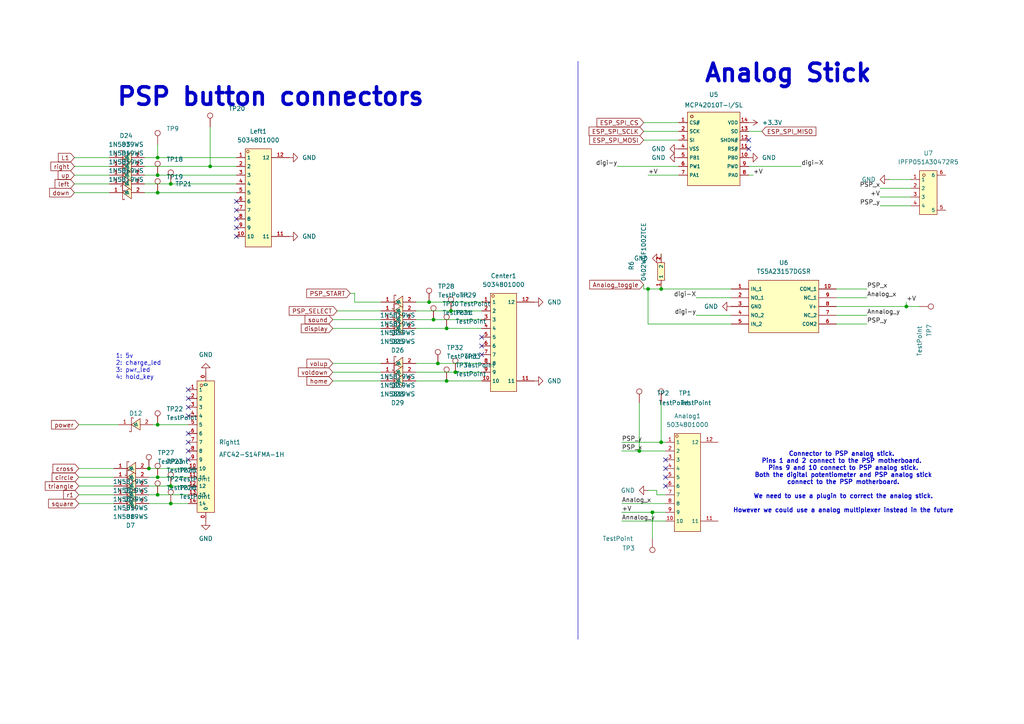
<source format=kicad_sch>
(kicad_sch (version 20231120) (generator "eeschema") (generator_version "8.0")
  (paper "A4")
  (title_block (title "PSP-Bluetooth") (date "2024-07-25") (rev "0.1") (comment 2 "https://github.com/ste2425/PSP-Bluetooth") (comment 4 "UNDER REVIEW - SUBJECT TO CHANGE"))
  (lib_symbols
    (symbol "5034801000_1"
      (property "Reference" "P" (at 0 1.27 0))
      (property "Value" "5034801000" (at 0 -2.54 0))
      (symbol "5034801000_1_0_1"
        (rectangle (start -1.27 13.97) (end 6.35 -14.478) (fill (type background)))
        (circle (center -0.508 13.208) (radius 0.381) (fill (type background)))
        (pin unspecified line (at -3.81 11.43 0) (length 2.54) (name "1") (number "1"))
        (pin unspecified line (at -3.81 -11.43 0) (length 2.54) (name "10") (number "10"))
        (pin unspecified line (at 11.43 -11.43 180) (length 5.08) (name "11") (number "11"))
        (pin unspecified line (at 11.43 11.43 180) (length 5.08) (name "12") (number "12"))
        (pin unspecified line (at -3.81 8.89 0) (length 2.54) (name "2") (number "2"))
        (pin unspecified line (at -3.81 6.35 0) (length 2.54) (name "3") (number "3"))
        (pin unspecified line (at -3.81 3.81 0) (length 2.54) (name "4") (number "4"))
        (pin unspecified line (at -3.81 1.27 0) (length 2.54) (name "5") (number "5"))
        (pin unspecified line (at -3.81 -1.27 0) (length 2.54) (name "6") (number "6"))
        (pin unspecified line (at -3.81 -3.81 0) (length 2.54) (name "7") (number "7"))
        (pin unspecified line (at -3.81 -6.35 0) (length 2.54) (name "8") (number "8"))
        (pin unspecified line (at -3.81 -8.89 0) (length 2.54) (name "9") (number "9"))
      )
    )
    (symbol "Connector:TestPoint" (pin_numbers hide) (pin_names (offset 0.762) hide)
      (property "Reference" "TP" (at 0 6.858 0))
      (property "Value" "TestPoint" (at 0 5.08 0))
      (symbol "TestPoint_0_1"
        (circle (center 0 3.302) (radius 0.762))
      )
      (symbol "TestPoint_1_1"
        (pin passive line (at 0 0 90) (length 2.54) (name "1") (number "1"))
      )
    )
    (symbol "JLCPCB_schematic:0402WGF1002TCE"
      (property "Reference" "R" (at 0 1.27 0))
      (property "Value" "0402WGF1002TCE" (at 0 -2.54 0))
      (symbol "0402WGF1002TCE_0_1"
        (rectangle (start -2.54 1.016) (end 2.54 -1.016) (fill (type background)))
        (pin input line (at -5.08 0 0) (length 2.54) (name "1") (number "1"))
        (pin input line (at 5.08 0 180) (length 2.54) (name "2") (number "2"))
      )
    )
    (symbol "JLCPCB_schematic:1N5819WS"
      (property "Reference" "D" (at 0 1.27 0))
      (property "Value" "1N5819WS" (at 0 -2.54 0))
      (symbol "1N5819WS_0_1"
        (polyline (pts (xy -1.27 0) (xy -1.27 -2.032) (xy -0.762 -2.032) (xy -0.762 -1.778)))
        (polyline (pts (xy -1.27 0) (xy -1.27 2.032) (xy -1.778 2.032) (xy -1.778 1.778)))
        (polyline (pts (xy 1.27 1.524) (xy -1.27 0) (xy 1.27 -1.778) (xy 1.27 1.524)) (fill (type background)))
        (pin unspecified line (at -5.08 0 0) (length 3.81) (name "K") (number "1"))
        (pin unspecified line (at 5.08 0 180) (length 3.81) (name "A") (number "2"))
      )
    )
    (symbol "JLCPCB_schematic:AFC42-S14FMA-1H"
      (property "Reference" "U" (at 0 1.27 0))
      (property "Value" "AFC42-S14FMA-1H" (at 0 -2.54 0))
      (symbol "AFC42-S14FMA-1H_0_1"
        (rectangle (start -2.54 19.05) (end 2.54 -19.05) (fill (type background)))
        (circle (center -1.27 17.78) (radius 0.381) (fill (type background)))
        (pin unspecified line (at 0 -21.59 90) (length 2.54) (name "0") (number "0"))
        (pin unspecified line (at 0 21.59 270) (length 2.54) (name "0") (number "0"))
        (pin unspecified line (at -5.08 16.51 0) (length 2.54) (name "1") (number "1"))
        (pin unspecified line (at -5.08 -6.35 0) (length 2.54) (name "10") (number "10"))
        (pin unspecified line (at -5.08 -8.89 0) (length 2.54) (name "11") (number "11"))
        (pin unspecified line (at -5.08 -11.43 0) (length 2.54) (name "12") (number "12"))
        (pin unspecified line (at -5.08 -13.97 0) (length 2.54) (name "13") (number "13"))
        (pin unspecified line (at -5.08 -16.51 0) (length 2.54) (name "14") (number "14"))
        (pin unspecified line (at -5.08 13.97 0) (length 2.54) (name "2") (number "2"))
        (pin unspecified line (at -5.08 11.43 0) (length 2.54) (name "3") (number "3"))
        (pin unspecified line (at -5.08 8.89 0) (length 2.54) (name "4") (number "4"))
        (pin unspecified line (at -5.08 6.35 0) (length 2.54) (name "5") (number "5"))
        (pin unspecified line (at -5.08 3.81 0) (length 2.54) (name "6") (number "6"))
        (pin unspecified line (at -5.08 1.27 0) (length 2.54) (name "7") (number "7"))
        (pin unspecified line (at -5.08 -1.27 0) (length 2.54) (name "8") (number "8"))
        (pin unspecified line (at -5.08 -3.81 0) (length 2.54) (name "9") (number "9"))
      )
    )
    (symbol "JLCPCB_schematic:IPFP051A30472R5"
      (property "Reference" "U" (at 0 1.27 0))
      (property "Value" "IPFP051A30472R5" (at 0 -2.54 0))
      (symbol "IPFP051A30472R5_0_1"
        (rectangle (start -2.54 6.35) (end 2.54 -6.35) (fill (type background)))
        (circle (center -1.27 5.08) (radius 0.381) (fill (type background)))
        (pin unspecified line (at -5.08 3.81 0) (length 2.54) (name "1") (number "1"))
        (pin unspecified line (at -5.08 1.27 0) (length 2.54) (name "2") (number "2"))
        (pin unspecified line (at -5.08 -1.27 0) (length 2.54) (name "3") (number "3"))
        (pin unspecified line (at -5.08 -3.81 0) (length 2.54) (name "4") (number "4"))
        (pin unspecified line (at 5.08 -5.08 180) (length 2.54) (name "5") (number "5"))
        (pin unspecified line (at 5.08 5.08 180) (length 2.54) (name "6") (number "6"))
      )
    )
    (symbol "JLCPCB_schematic:MCP42010T-I/SL"
      (property "Reference" "U" (at 0 1.27 0))
      (property "Value" "MCP42010T-I{slash}SL" (at 0 -2.54 0))
      (symbol "MCP42010T-I/SL_0_1"
        (rectangle (start -7.62 10.668) (end 7.62 -10.668) (fill (type background)))
        (circle (center -6.35 9.398) (radius 0.381) (fill (type background)))
        (circle (center -6.35 9.398) (radius 0.381) (fill (type background)))
        (pin unspecified line (at -10.16 7.62 0) (length 2.54) (name "CS#") (number "1"))
        (pin unspecified line (at 10.16 -2.54 180) (length 2.54) (name "PB0") (number "10"))
        (pin unspecified line (at 10.16 0 180) (length 2.54) (name "RS#") (number "11"))
        (pin unspecified line (at 10.16 2.54 180) (length 2.54) (name "SHDN#") (number "12"))
        (pin unspecified line (at 10.16 5.08 180) (length 2.54) (name "SO") (number "13"))
        (pin unspecified line (at 10.16 7.62 180) (length 2.54) (name "VDD") (number "14"))
        (pin unspecified line (at -10.16 5.08 0) (length 2.54) (name "SCK") (number "2"))
        (pin unspecified line (at -10.16 2.54 0) (length 2.54) (name "SI") (number "3"))
        (pin unspecified line (at -10.16 0 0) (length 2.54) (name "VSS") (number "4"))
        (pin unspecified line (at -10.16 -2.54 0) (length 2.54) (name "PB1") (number "5"))
        (pin unspecified line (at -10.16 -5.08 0) (length 2.54) (name "PW1") (number "6"))
        (pin unspecified line (at -10.16 -7.62 0) (length 2.54) (name "PA1") (number "7"))
        (pin unspecified line (at 10.16 -7.62 180) (length 2.54) (name "PA0") (number "8"))
        (pin unspecified line (at 10.16 -5.08 180) (length 2.54) (name "PW0") (number "9"))
      )
    )
    (symbol "JLCPCB_schematic:TS5A23157DGSR"
      (property "Reference" "U" (at 0 1.27 0))
      (property "Value" "TS5A23157DGSR" (at 0 -2.54 0))
      (symbol "TS5A23157DGSR_0_1"
        (rectangle (start -10.16 7.62) (end 10.16 -7.62) (fill (type background)))
        (pin unspecified line (at -15.24 5.08 0) (length 5.08) (name "IN_1") (number "1"))
        (pin unspecified line (at 15.24 5.08 180) (length 5.08) (name "COM_1") (number "10"))
        (pin unspecified line (at -15.24 2.54 0) (length 5.08) (name "NO_1") (number "2"))
        (pin unspecified line (at -15.24 0 0) (length 5.08) (name "GND") (number "3"))
        (pin unspecified line (at -15.24 -2.54 0) (length 5.08) (name "NO_2") (number "4"))
        (pin unspecified line (at -15.24 -5.08 0) (length 5.08) (name "IN_2") (number "5"))
        (pin unspecified line (at 15.24 -5.08 180) (length 5.08) (name "COM2") (number "6"))
        (pin unspecified line (at 15.24 -2.54 180) (length 5.08) (name "NC_2") (number "7"))
        (pin unspecified line (at 15.24 0 180) (length 5.08) (name "V+") (number "8"))
        (pin unspecified line (at 15.24 2.54 180) (length 5.08) (name "NC_1") (number "9"))
      )
    )
    (symbol "power:+3.3V" (power) (pin_numbers hide) (pin_names (offset 0) hide)
      (property "Value" "+3.3V" (at 0 3.556 0))
      (symbol "+3.3V_0_1"
        (polyline (pts (xy -0.762 1.27) (xy 0 2.54)))
        (polyline (pts (xy 0 0) (xy 0 2.54)))
        (polyline (pts (xy 0 2.54) (xy 0.762 1.27)))
      )
      (symbol "+3.3V_1_1"
        (pin power_in line (at 0 0 90) (length 0) (name "~") (number "1"))
      )
    )
    (symbol "power:GND" (power) (pin_numbers hide) (pin_names (offset 0) hide)
      (property "Value" "GND" (at 0 -3.81 0))
      (symbol "GND_0_1"
        (polyline (pts (xy 0 0) (xy 0 -1.27) (xy 1.27 -1.27) (xy 0 -2.54) (xy -1.27 -1.27) (xy 0 -1.27)))
      )
      (symbol "GND_1_1"
        (pin power_in line (at 0 0 270) (length 0) (name "~") (number "1"))
      )
    )
  )
  (junction (at 191.77 83.82))
  (junction (at 45.72 55.88))
  (junction (at 185.42 130.81))
  (junction (at 45.72 143.51))
  (junction (at 127 105.41))
  (junction (at 45.72 123.19))
  (junction (at 130.81 90.17))
  (junction (at 45.72 138.43))
  (junction (at 132.08 107.95))
  (junction (at 191.77 128.27))
  (junction (at 189.23 148.59))
  (junction (at 49.53 140.97))
  (junction (at 49.53 53.34))
  (junction (at 49.53 146.05))
  (junction (at 187.96 83.82))
  (junction (at 262.89 88.9))
  (junction (at 129.54 110.49))
  (junction (at 43.18 135.89))
  (junction (at 45.72 45.72))
  (junction (at 129.54 95.25))
  (junction (at 124.46 87.63))
  (junction (at 60.96 48.26))
  (junction (at 45.72 50.8))
  (junction (at 125.73 92.71))
  (no_connect (at 193.04 135.89))
  (no_connect (at 139.7 97.79))
  (no_connect (at 217.17 43.18))
  (no_connect (at 68.58 63.5))
  (no_connect (at 54.61 113.03))
  (no_connect (at 68.58 66.04))
  (no_connect (at 54.61 125.73))
  (no_connect (at 68.58 58.42))
  (no_connect (at 54.61 133.35))
  (no_connect (at 193.04 140.97))
  (no_connect (at 54.61 115.57))
  (no_connect (at 68.58 68.58))
  (no_connect (at 54.61 128.27))
  (no_connect (at 217.17 40.64))
  (no_connect (at 139.7 100.33))
  (no_connect (at 193.04 133.35))
  (no_connect (at 193.04 138.43))
  (no_connect (at 139.7 102.87))
  (no_connect (at 54.61 120.65))
  (no_connect (at 54.61 130.81))
  (no_connect (at 54.61 118.11))
  (no_connect (at 68.58 60.96))
  (wire (pts (xy 43.18 140.97) (xy 49.53 140.97)))
  (wire (pts (xy 180.34 148.59) (xy 189.23 148.59)))
  (wire (pts (xy 186.69 35.56) (xy 196.85 35.56)))
  (wire (pts (xy 21.59 50.8) (xy 31.75 50.8)))
  (wire (pts (xy 255.27 54.61) (xy 264.16 54.61)))
  (wire (pts (xy 262.89 87.63) (xy 262.89 88.9)))
  (wire (pts (xy 21.59 55.88) (xy 31.75 55.88)))
  (wire (pts (xy 96.52 110.49) (xy 110.49 110.49)))
  (wire (pts (xy 120.65 95.25) (xy 129.54 95.25)))
  (wire (pts (xy 45.72 50.8) (xy 68.58 50.8)))
  (wire (pts (xy 187.96 83.82) (xy 186.69 83.82)))
  (wire (pts (xy 191.77 83.82) (xy 187.96 83.82)))
  (wire (pts (xy 186.69 40.64) (xy 196.85 40.64)))
  (wire (pts (xy 127 105.41) (xy 139.7 105.41)))
  (wire (pts (xy 97.79 90.17) (xy 110.49 90.17)))
  (wire (pts (xy 242.57 93.98) (xy 251.46 93.98)))
  (wire (pts (xy 242.57 86.36) (xy 251.46 86.36)))
  (wire (pts (xy 212.09 93.98) (xy 187.96 93.98)))
  (wire (pts (xy 22.86 146.05) (xy 33.02 146.05)))
  (wire (pts (xy 44.45 123.19) (xy 45.72 123.19)))
  (wire (pts (xy 43.18 135.89) (xy 54.61 135.89)))
  (wire (pts (xy 102.87 87.63) (xy 110.49 87.63)))
  (wire (pts (xy 180.34 146.05) (xy 193.04 146.05)))
  (wire (pts (xy 41.91 45.72) (xy 45.72 45.72)))
  (wire (pts (xy 217.17 50.8) (xy 218.44 50.8)))
  (wire (pts (xy 129.54 110.49) (xy 139.7 110.49)))
  (wire (pts (xy 43.18 146.05) (xy 49.53 146.05)))
  (wire (pts (xy 22.86 140.97) (xy 33.02 140.97)))
  (wire (pts (xy 41.91 53.34) (xy 49.53 53.34)))
  (wire (pts (xy 120.65 105.41) (xy 127 105.41)))
  (wire (pts (xy 43.18 138.43) (xy 45.72 138.43)))
  (wire (pts (xy 22.86 143.51) (xy 33.02 143.51)))
  (wire (pts (xy 212.09 83.82) (xy 191.77 83.82)))
  (wire (pts (xy 262.89 88.9) (xy 266.7 88.9)))
  (wire (pts (xy 191.77 116.84) (xy 191.77 128.27)))
  (wire (pts (xy 49.53 146.05) (xy 54.61 146.05)))
  (wire (pts (xy 189.23 148.59) (xy 189.23 156.21)))
  (wire (pts (xy 242.57 83.82) (xy 251.46 83.82)))
  (wire (pts (xy 49.53 140.97) (xy 54.61 140.97)))
  (wire (pts (xy 193.04 143.51) (xy 190.5 143.51)))
  (wire (pts (xy 120.65 110.49) (xy 129.54 110.49)))
  (wire (pts (xy 185.42 116.84) (xy 185.42 130.81)))
  (wire (pts (xy 255.27 59.69) (xy 264.16 59.69)))
  (wire (pts (xy 101.6 85.09) (xy 102.87 85.09)))
  (wire (pts (xy 21.59 53.34) (xy 31.75 53.34)))
  (wire (pts (xy 102.87 85.09) (xy 102.87 87.63)))
  (wire (pts (xy 132.08 107.95) (xy 139.7 107.95)))
  (wire (pts (xy 96.52 95.25) (xy 110.49 95.25)))
  (wire (pts (xy 217.17 38.1) (xy 220.98 38.1)))
  (wire (pts (xy 45.72 143.51) (xy 54.61 143.51)))
  (wire (pts (xy 201.93 91.44) (xy 212.09 91.44)))
  (wire (pts (xy 21.59 48.26) (xy 31.75 48.26)))
  (wire (pts (xy 96.52 105.41) (xy 110.49 105.41)))
  (wire (pts (xy 257.81 52.07) (xy 264.16 52.07)))
  (wire (pts (xy 201.93 86.36) (xy 212.09 86.36)))
  (wire (pts (xy 190.5 143.51) (xy 190.5 142.24)))
  (wire (pts (xy 242.57 88.9) (xy 262.89 88.9)))
  (wire (pts (xy 45.72 55.88) (xy 68.58 55.88)))
  (wire (pts (xy 180.34 151.13) (xy 193.04 151.13)))
  (wire (pts (xy 255.27 57.15) (xy 264.16 57.15)))
  (wire (pts (xy 186.69 83.82) (xy 186.69 82.55)))
  (wire (pts (xy 180.34 128.27) (xy 191.77 128.27)))
  (wire (pts (xy 180.34 130.81) (xy 185.42 130.81)))
  (wire (pts (xy 232.41 48.26) (xy 217.17 48.26)))
  (wire (pts (xy 22.86 123.19) (xy 34.29 123.19)))
  (wire (pts (xy 96.52 92.71) (xy 110.49 92.71)))
  (wire (pts (xy 191.77 73.66) (xy 191.77 74.93)))
  (wire (pts (xy 120.65 87.63) (xy 124.46 87.63)))
  (wire (pts (xy 60.96 48.26) (xy 68.58 48.26)))
  (polyline (pts (xy 167.64 17.78) (xy 167.64 185.42)))
  (wire (pts (xy 186.69 38.1) (xy 196.85 38.1)))
  (wire (pts (xy 187.96 93.98) (xy 187.96 83.82)))
  (wire (pts (xy 96.52 107.95) (xy 110.49 107.95)))
  (wire (pts (xy 22.86 135.89) (xy 33.02 135.89)))
  (wire (pts (xy 41.91 48.26) (xy 60.96 48.26)))
  (wire (pts (xy 21.59 45.72) (xy 31.75 45.72)))
  (wire (pts (xy 45.72 123.19) (xy 54.61 123.19)))
  (wire (pts (xy 179.07 48.26) (xy 196.85 48.26)))
  (wire (pts (xy 190.5 142.24) (xy 187.96 142.24)))
  (wire (pts (xy 124.46 87.63) (xy 139.7 87.63)))
  (wire (pts (xy 129.54 95.25) (xy 139.7 95.25)))
  (wire (pts (xy 185.42 130.81) (xy 193.04 130.81)))
  (wire (pts (xy 22.86 138.43) (xy 33.02 138.43)))
  (wire (pts (xy 41.91 50.8) (xy 45.72 50.8)))
  (wire (pts (xy 45.72 45.72) (xy 68.58 45.72)))
  (wire (pts (xy 43.18 143.51) (xy 45.72 143.51)))
  (wire (pts (xy 187.96 50.8) (xy 196.85 50.8)))
  (wire (pts (xy 45.72 41.91) (xy 45.72 45.72)))
  (wire (pts (xy 120.65 107.95) (xy 132.08 107.95)))
  (wire (pts (xy 189.23 148.59) (xy 193.04 148.59)))
  (wire (pts (xy 41.91 55.88) (xy 45.72 55.88)))
  (wire (pts (xy 49.53 53.34) (xy 68.58 53.34)))
  (wire (pts (xy 130.81 90.17) (xy 139.7 90.17)))
  (wire (pts (xy 191.77 128.27) (xy 193.04 128.27)))
  (wire (pts (xy 45.72 138.43) (xy 54.61 138.43)))
  (wire (pts (xy 60.96 36.83) (xy 60.96 48.26)))
  (wire (pts (xy 120.65 92.71) (xy 125.73 92.71)))
  (wire (pts (xy 242.57 91.44) (xy 251.46 91.44)))
  (wire (pts (xy 120.65 90.17) (xy 130.81 90.17)))
  (wire (pts (xy 125.73 92.71) (xy 139.7 92.71)))
  (text "PSP button connectors" (at 78.486 28.194 0) (effects (font (size 5.08 5.08) (thickness 1.016) (bold yes))))
  (text "1: 5v\n2: charge_led\n3: pwr_led\n4: hold_key" (at 33.528 106.426 0) (effects (font (size 1.27 1.27)) (justify left)))
  (text "Analog Stick" (at 228.6 21.336 0) (effects (font (size 5.08 5.08) (thickness 1.016) (bold yes))))
  (text "Connector to PSP analog stick. \nPins 1 and 2 connect to the PSP motherboard. \nPins 9 and 10 connect to PSP analog stick.\nBoth the digital potentiometer and PSP analog stick\nconnect to the PSP motherboard.\n\nWe need to use a plugin to correct the analog stick.\n\nHowever we could use a analog multiplexer instead in the future" (at 244.602 139.954 0) (effects (font (size 1.27 1.27) (bold yes))))
  (label "Analog_x" (at 180.34 146.05 0))
  (label "PSP_x" (at 251.46 83.82 0))
  (label "digi-X" (at 232.41 48.26 0))
  (label "+V" (at 180.34 148.59 0))
  (label "PSP_y" (at 180.34 128.27 0))
  (label "+V" (at 187.96 50.8 0))
  (label "Analog_x" (at 251.46 86.36 0))
  (label "PSP_x" (at 180.34 130.81 0))
  (label "+V" (at 255.27 57.15 180))
  (label "PSP_y" (at 255.27 59.69 180))
  (label "+V" (at 218.44 50.8 0))
  (label "digi-y" (at 201.93 91.44 180))
  (label "PSP_y" (at 251.46 93.98 0))
  (label "digi-y" (at 179.07 48.26 180))
  (label "PSP_x" (at 255.27 54.61 180))
  (label "digi-X" (at 201.93 86.36 180))
  (label "+V" (at 262.89 87.63 0))
  (label "Annalog_y" (at 180.34 151.13 0))
  (label "Annalog_y" (at 251.46 91.44 0))
  (global_label "down" (shape input) (at 21.59 55.88 180) (property "Intersheetrefs" "${INTERSHEET_REFS}" (effects (hide yes))))
  (global_label "triangle" (shape input) (at 22.86 140.97 180) (property "Intersheetrefs" "${INTERSHEET_REFS}" (effects (hide yes))))
  (global_label "ESP_SPI_MOSI" (shape input) (at 186.69 40.64 180) (property "Intersheetrefs" "${INTERSHEET_REFS}" (effects (hide yes))))
  (global_label "power" (shape input) (at 22.86 123.19 180) (property "Intersheetrefs" "${INTERSHEET_REFS}" (effects (hide yes))))
  (global_label "up" (shape input) (at 21.59 50.8 180) (property "Intersheetrefs" "${INTERSHEET_REFS}" (effects (hide yes))))
  (global_label "voldown" (shape input) (at 96.52 107.95 180) (property "Intersheetrefs" "${INTERSHEET_REFS}" (effects (hide yes))))
  (global_label "L1" (shape input) (at 21.59 45.72 180) (property "Intersheetrefs" "${INTERSHEET_REFS}" (effects (hide yes))))
  (global_label "circle" (shape input) (at 22.86 138.43 180) (property "Intersheetrefs" "${INTERSHEET_REFS}" (effects (hide yes))))
  (global_label "sound" (shape input) (at 96.52 92.71 180) (property "Intersheetrefs" "${INTERSHEET_REFS}" (effects (hide yes))))
  (global_label "Analog_toggle" (shape input) (at 186.69 82.55 180) (property "Intersheetrefs" "${INTERSHEET_REFS}" (effects (hide yes))))
  (global_label "cross" (shape input) (at 22.86 135.89 180) (property "Intersheetrefs" "${INTERSHEET_REFS}" (effects (hide yes))))
  (global_label "ESP_SPI_MISO" (shape input) (at 220.98 38.1 0) (property "Intersheetrefs" "${INTERSHEET_REFS}" (effects (hide yes))))
  (global_label "r1" (shape input) (at 22.86 143.51 180) (property "Intersheetrefs" "${INTERSHEET_REFS}" (effects (hide yes))))
  (global_label "left" (shape input) (at 21.59 53.34 180) (property "Intersheetrefs" "${INTERSHEET_REFS}" (effects (hide yes))))
  (global_label "ESP_SPI_CS" (shape input) (at 186.69 35.56 180) (property "Intersheetrefs" "${INTERSHEET_REFS}" (effects (hide yes))))
  (global_label "volup" (shape input) (at 96.52 105.41 180) (property "Intersheetrefs" "${INTERSHEET_REFS}" (effects (hide yes))))
  (global_label "ESP_SPI_SCLK" (shape input) (at 186.69 38.1 180) (property "Intersheetrefs" "${INTERSHEET_REFS}" (effects (hide yes))))
  (global_label "PSP_SELECT" (shape input) (at 97.79 90.17 180) (property "Intersheetrefs" "${INTERSHEET_REFS}" (effects (hide yes))))
  (global_label "square" (shape input) (at 22.86 146.05 180) (property "Intersheetrefs" "${INTERSHEET_REFS}" (effects (hide yes))))
  (global_label "right" (shape input) (at 21.59 48.26 180) (property "Intersheetrefs" "${INTERSHEET_REFS}" (effects (hide yes))))
  (global_label "home" (shape input) (at 96.52 110.49 180) (property "Intersheetrefs" "${INTERSHEET_REFS}" (effects (hide yes))))
  (global_label "display" (shape input) (at 96.52 95.25 180) (property "Intersheetrefs" "${INTERSHEET_REFS}" (effects (hide yes))))
  (global_label "PSP_START" (shape input) (at 101.6 85.09 180) (property "Intersheetrefs" "${INTERSHEET_REFS}" (effects (hide yes))))
  (symbol (lib_id "power:GND") (at 154.94 87.63 90) (unit 1)
    (property "Reference" "#PWR039" (effects (hide yes)))
    (property "Value" "GND" (at 158.75 87.6299 90) (effects (justify right)))
    (property "Description" "Power symbol creates a global label with name \"GND\" , ground" (effects (hide yes)))
  )
  (symbol (lib_id "Connector:TestPoint") (at 191.77 116.84 0) (unit 1)
    (property "Reference" "TP1" (at 196.85 114.046 0) (effects (justify left)))
    (property "Value" "TestPoint" (at 197.358 116.84 0) (effects (justify left)))
    (property "Footprint" "TestPoint:TestPoint_Pad_D1.0mm" (effects (hide yes)))
    (property "Description" "test point" (effects (hide yes)))
  )
  (symbol (lib_id "power:GND") (at 59.69 107.95 180) (unit 1)
    (property "Reference" "#PWR068" (effects (hide yes)))
    (property "Value" "GND" (at 59.69 102.87 0))
    (property "Description" "Power symbol creates a global label with name \"GND\" , ground" (effects (hide yes)))
  )
  (symbol (lib_id "power:GND") (at 83.82 68.58 90) (unit 1)
    (property "Reference" "#PWR047" (effects (hide yes)))
    (property "Value" "GND" (at 87.63 68.5799 90) (effects (justify right)))
    (property "Description" "Power symbol creates a global label with name \"GND\" , ground" (effects (hide yes)))
  )
  (symbol (lib_id "JLCPCB_schematic:1N5819WS") (at 36.83 53.34 0) (unit 1)
    (property "Reference" "D5" (at 36.576 46.99 0))
    (property "Value" "1N5819WS" (at 36.576 49.53 0))
    (property "Footprint" "JLCPCB_footprint:SOD-323_L1.8-W1.3-LS2.5-RD" (effects (hide yes)))
    (property "Datasheet" "https://item.szlcsc.com/295156.html" (effects (hide yes)))
    (property "Description" "shotkey diode" (effects (hide yes)))
    (property "LCSC" "C191023" (effects (hide yes)))
  )
  (symbol (lib_id "power:GND") (at 59.69 151.13 0) (unit 1)
    (property "Reference" "#PWR069" (effects (hide yes)))
    (property "Value" "GND" (at 59.69 156.21 0))
    (property "Description" "Power symbol creates a global label with name \"GND\" , ground" (effects (hide yes)))
  )
  (symbol (lib_id "Connector:TestPoint") (at 45.72 55.88 0) (unit 1)
    (property "Reference" "TP19" (at 48.26 51.3079 0) (effects (justify left)))
    (property "Value" "TestPoint" (effects (hide yes)))
    (property "Footprint" "TestPoint:TestPoint_Pad_D1.0mm" (effects (hide yes)))
    (property "Description" "test point" (effects (hide yes)))
  )
  (symbol (lib_id "JLCPCB_schematic:1N5819WS") (at 38.1 146.05 0) (mirror x) (unit 1)
    (property "Reference" "D7" (at 37.846 152.4 0))
    (property "Value" "1N5819WS" (at 37.846 149.86 0))
    (property "Footprint" "JLCPCB_footprint:SOD-323_L1.8-W1.3-LS2.5-RD" (effects (hide yes)))
    (property "Datasheet" "https://item.szlcsc.com/295156.html" (effects (hide yes)))
    (property "Description" "shotkey diode" (effects (hide yes)))
    (property "LCSC" "C191023" (effects (hide yes)))
  )
  (symbol (lib_id "power:GND") (at 187.96 142.24 270) (unit 1)
    (property "Reference" "#PWR040" (effects (hide yes)))
    (property "Value" "GND" (at 184.15 142.2399 90) (effects (justify right)))
    (property "Description" "Power symbol creates a global label with name \"GND\" , ground" (effects (hide yes)))
  )
  (symbol (lib_name "5034801000_1") (lib_id "JLCPCB_schematic:5034801000") (at 143.51 99.06 0) (unit 1)
    (property "Reference" "Center1" (at 146.05 80.01 0))
    (property "Value" "5034801000" (at 146.05 82.55 0))
    (property "Footprint" "JLCPCB_footprint:FPC-SMD_5034801000" (effects (hide yes)))
    (property "Datasheet" "https://item.szlcsc.com/138637.html" (effects (hide yes)))
    (property "Description" "10pin FFC" (effects (hide yes)))
    (property "LCSC" "C127355" (effects (hide yes)))
  )
  (symbol (lib_id "Connector:TestPoint") (at 189.23 156.21 180) (unit 1)
    (property "Reference" "TP3" (at 184.15 159.004 0) (effects (justify left)))
    (property "Value" "TestPoint" (at 183.642 156.21 0) (effects (justify left)))
    (property "Footprint" "TestPoint:TestPoint_Pad_D1.0mm" (effects (hide yes)))
    (property "Description" "test point" (effects (hide yes)))
  )
  (symbol (lib_id "Connector:TestPoint") (at 45.72 143.51 0) (unit 1)
    (property "Reference" "TP24" (at 48.26 138.9379 0) (effects (justify left)))
    (property "Value" "TestPoint" (at 48.26 141.4779 0) (effects (justify left)))
    (property "Footprint" "TestPoint:TestPoint_Pad_D1.0mm" (effects (hide yes)))
    (property "Description" "test point" (effects (hide yes)))
  )
  (symbol (lib_id "JLCPCB_schematic:AFC42-S14FMA-1H") (at 59.69 129.54 0) (unit 1)
    (property "Reference" "Right1" (at 63.5 128.2699 0) (effects (justify left)))
    (property "Value" "AFC42-S14FMA-1H" (at 63.5 131.826 0) (effects (justify left)))
    (property "Footprint" "JLCPCB_footprint:CONN-SMD_14P-P0.50_L3.1-W9.0" (effects (hide yes)))
    (property "Datasheet" "https://item.szlcsc.com/472046.html?ref=editor&logined=true" (effects (hide yes)))
    (property "Description" "14pin 0.5mm pitch 1mm height top/bottom contacts" (effects (hide yes)))
    (property "LCSC" "C466533" (effects (hide yes)))
  )
  (symbol (lib_id "JLCPCB_schematic:1N5819WS") (at 38.1 138.43 0) (mirror x) (unit 1)
    (property "Reference" "D10" (at 37.846 144.78 0))
    (property "Value" "1N5819WS" (at 37.846 142.24 0))
    (property "Footprint" "JLCPCB_footprint:SOD-323_L1.8-W1.3-LS2.5-RD" (effects (hide yes)))
    (property "Datasheet" "https://item.szlcsc.com/295156.html" (effects (hide yes)))
    (property "Description" "shotkey diode" (effects (hide yes)))
    (property "LCSC" "C191023" (effects (hide yes)))
  )
  (symbol (lib_id "Connector:TestPoint") (at 266.7 88.9 270) (unit 1)
    (property "Reference" "TP7" (at 269.494 93.98 0) (effects (justify left)))
    (property "Value" "TestPoint" (at 266.7 94.488 0) (effects (justify left)))
    (property "Footprint" "TestPoint:TestPoint_Pad_D1.0mm" (effects (hide yes)))
    (property "Description" "test point" (effects (hide yes)))
  )
  (symbol (lib_name "5034801000_1") (lib_id "JLCPCB_schematic:5034801000") (at 196.85 139.7 0) (unit 1)
    (property "Reference" "Analog1" (at 199.39 120.65 0))
    (property "Value" "5034801000" (at 199.39 123.19 0))
    (property "Footprint" "JLCPCB_footprint:FPC-SMD_5034801000" (effects (hide yes)))
    (property "Datasheet" "https://item.szlcsc.com/138637.html" (effects (hide yes)))
    (property "Description" "10pin FFC" (effects (hide yes)))
    (property "LCSC" "C127355" (effects (hide yes)))
  )
  (symbol (lib_id "Connector:TestPoint") (at 45.72 138.43 0) (unit 1)
    (property "Reference" "TP23" (at 48.26 133.8579 0) (effects (justify left)))
    (property "Value" "TestPoint" (at 48.26 136.3979 0) (effects (justify left)))
    (property "Footprint" "TestPoint:TestPoint_Pad_D1.0mm" (effects (hide yes)))
    (property "Description" "test point" (effects (hide yes)))
  )
  (symbol (lib_id "power:+3.3V") (at 217.17 35.56 270) (unit 1)
    (property "Reference" "#PWR024" (effects (hide yes)))
    (property "Value" "+3.3V" (at 220.98 35.5599 90) (effects (justify left)))
    (property "Description" "Power symbol creates a global label with name \"+3.3V\"" (effects (hide yes)))
  )
  (symbol (lib_id "Connector:TestPoint") (at 129.54 95.25 0) (unit 1)
    (property "Reference" "TP31" (at 132.08 90.6779 0) (effects (justify left)))
    (property "Value" "TestPoint" (at 132.08 93.2179 0) (effects (justify left)))
    (property "Footprint" "TestPoint:TestPoint_Pad_D1.0mm" (effects (hide yes)))
    (property "Description" "test point" (effects (hide yes)))
  )
  (symbol (lib_id "JLCPCB_schematic:1N5819WS") (at 115.57 87.63 0) (mirror x) (unit 1)
    (property "Reference" "D1" (at 115.316 93.98 0))
    (property "Value" "1N5819WS" (at 115.316 91.44 0))
    (property "Footprint" "JLCPCB_footprint:SOD-323_L1.8-W1.3-LS2.5-RD" (effects (hide yes)))
    (property "Datasheet" "https://item.szlcsc.com/295156.html" (effects (hide yes)))
    (property "Description" "shotkey diode" (effects (hide yes)))
    (property "LCSC" "C191023" (effects (hide yes)))
  )
  (symbol (lib_id "Connector:TestPoint") (at 43.18 135.89 0) (unit 1)
    (property "Reference" "TP27" (at 45.72 131.3179 0) (effects (justify left)))
    (property "Value" "TestPoint" (at 45.72 133.8579 0) (effects (justify left)))
    (property "Footprint" "TestPoint:TestPoint_Pad_D1.0mm" (effects (hide yes)))
    (property "Description" "test point" (effects (hide yes)))
  )
  (symbol (lib_id "Connector:TestPoint") (at 45.72 123.19 0) (unit 1)
    (property "Reference" "TP22" (at 48.26 118.6179 0) (effects (justify left)))
    (property "Value" "TestPoint" (at 48.26 121.1579 0) (effects (justify left)))
    (property "Footprint" "TestPoint:TestPoint_Pad_D1.0mm" (effects (hide yes)))
    (property "Description" "test point" (effects (hide yes)))
  )
  (symbol (lib_id "JLCPCB_schematic:1N5819WS") (at 36.83 45.72 0) (unit 1)
    (property "Reference" "D24" (at 36.576 39.37 0))
    (property "Value" "1N5819WS" (at 36.576 41.91 0))
    (property "Footprint" "JLCPCB_footprint:SOD-323_L1.8-W1.3-LS2.5-RD" (effects (hide yes)))
    (property "Datasheet" "https://item.szlcsc.com/295156.html" (effects (hide yes)))
    (property "Description" "shotkey diode" (effects (hide yes)))
    (property "LCSC" "C191023" (effects (hide yes)))
  )
  (symbol (lib_id "Connector:TestPoint") (at 124.46 87.63 0) (unit 1)
    (property "Reference" "TP28" (at 127 83.0579 0) (effects (justify left)))
    (property "Value" "TestPoint" (at 127 85.5979 0) (effects (justify left)))
    (property "Footprint" "TestPoint:TestPoint_Pad_D1.0mm" (effects (hide yes)))
    (property "Description" "test point" (effects (hide yes)))
  )
  (symbol (lib_id "power:GND") (at 191.77 74.93 270) (unit 1)
    (property "Reference" "#PWR053" (effects (hide yes)))
    (property "Value" "GND" (at 187.96 74.9299 90) (effects (justify right)))
    (property "Description" "Power symbol creates a global label with name \"GND\" , ground" (effects (hide yes)))
  )
  (symbol (lib_id "Connector:TestPoint") (at 125.73 92.71 0) (unit 1)
    (property "Reference" "TP30" (at 128.27 88.1379 0) (effects (justify left)))
    (property "Value" "TestPoint" (at 128.27 90.6779 0) (effects (justify left)))
    (property "Footprint" "TestPoint:TestPoint_Pad_D1.0mm" (effects (hide yes)))
    (property "Description" "test point" (effects (hide yes)))
  )
  (symbol (lib_id "power:GND") (at 212.09 88.9 270) (unit 1)
    (property "Reference" "#PWR051" (effects (hide yes)))
    (property "Value" "GND" (at 208.28 88.8999 90) (effects (justify right)))
    (property "Description" "Power symbol creates a global label with name \"GND\" , ground" (effects (hide yes)))
  )
  (symbol (lib_id "power:GND") (at 217.17 45.72 90) (unit 1)
    (property "Reference" "#PWR027" (effects (hide yes)))
    (property "Value" "GND" (at 220.98 45.7199 90) (effects (justify right)))
    (property "Description" "Power symbol creates a global label with name \"GND\" , ground" (effects (hide yes)))
  )
  (symbol (lib_id "JLCPCB_schematic:TS5A23157DGSR") (at 227.33 88.9 0) (unit 1)
    (property "Reference" "U6" (at 227.33 76.2 0))
    (property "Value" "TS5A23157DGSR" (at 227.33 78.74 0))
    (property "Footprint" "JLCPCB_footprint:MSOP-10_L3.0-W3.0-P0.50-LS5.0-BL" (effects (hide yes)))
    (property "Datasheet" "https://item.szlcsc.com/221388.html" (effects (hide yes)))
    (property "LCSC" "C11133" (effects (hide yes)))
  )
  (symbol (lib_id "JLCPCB_schematic:1N5819WS") (at 36.83 50.8 0) (unit 1)
    (property "Reference" "D4" (at 36.576 44.45 0))
    (property "Value" "1N5819WS" (at 36.576 46.99 0))
    (property "Footprint" "JLCPCB_footprint:SOD-323_L1.8-W1.3-LS2.5-RD" (effects (hide yes)))
    (property "Datasheet" "https://item.szlcsc.com/295156.html" (effects (hide yes)))
    (property "Description" "shotkey diode" (effects (hide yes)))
    (property "LCSC" "C191023" (effects (hide yes)))
  )
  (symbol (lib_id "JLCPCB_schematic:1N5819WS") (at 38.1 140.97 0) (mirror x) (unit 1)
    (property "Reference" "D9" (at 37.846 147.32 0))
    (property "Value" "1N5819WS" (at 37.846 144.78 0))
    (property "Footprint" "JLCPCB_footprint:SOD-323_L1.8-W1.3-LS2.5-RD" (effects (hide yes)))
    (property "Datasheet" "https://item.szlcsc.com/295156.html" (effects (hide yes)))
    (property "Description" "shotkey diode" (effects (hide yes)))
    (property "LCSC" "C191023" (effects (hide yes)))
  )
  (symbol (lib_name "5034801000_1") (lib_id "JLCPCB_schematic:5034801000") (at 72.39 57.15 0) (unit 1)
    (property "Reference" "Left1" (at 74.93 38.1 0))
    (property "Value" "5034801000" (at 74.93 40.64 0))
    (property "Footprint" "JLCPCB_footprint:FPC-SMD_5034801000" (effects (hide yes)))
    (property "Datasheet" "https://item.szlcsc.com/138637.html" (effects (hide yes)))
    (property "Description" "10pin FFC" (effects (hide yes)))
    (property "LCSC" "C127355" (effects (hide yes)))
  )
  (symbol (lib_id "Connector:TestPoint") (at 132.08 107.95 0) (unit 1)
    (property "Reference" "TP33" (at 134.62 103.3779 0) (effects (justify left)))
    (property "Value" "TestPoint" (at 134.62 105.9179 0) (effects (justify left)))
    (property "Footprint" "TestPoint:TestPoint_Pad_D1.0mm" (effects (hide yes)))
    (property "Description" "test point" (effects (hide yes)))
  )
  (symbol (lib_id "Connector:TestPoint") (at 49.53 140.97 0) (unit 1)
    (property "Reference" "TP25" (at 52.07 136.3979 0) (effects (justify left)))
    (property "Value" "TestPoint" (at 52.07 138.9379 0) (effects (justify left)))
    (property "Footprint" "TestPoint:TestPoint_Pad_D1.0mm" (effects (hide yes)))
    (property "Description" "test point" (effects (hide yes)))
  )
  (symbol (lib_id "JLCPCB_schematic:MCP42010T-I/SL") (at 207.01 43.18 0) (unit 1)
    (property "Reference" "U5" (at 207.01 27.432 0))
    (property "Value" "MCP42010T-I/SL" (at 207.01 30.48 0))
    (property "Footprint" "JLCPCB_footprint:SOIC-14_L10.0-W5.5-P1.27-LS7.8-BL" (effects (hide yes)))
    (property "Datasheet" "https://item.szlcsc.com/7181.html" (effects (hide yes)))
    (property "Description" "10k SPI 256 step digital pot" (effects (hide yes)))
    (property "LCSC" "C54781" (effects (hide yes)))
  )
  (symbol (lib_id "JLCPCB_schematic:1N5819WS") (at 115.57 90.17 0) (mirror x) (unit 1)
    (property "Reference" "D20" (at 115.316 96.52 0))
    (property "Value" "1N5819WS" (at 115.316 93.98 0))
    (property "Footprint" "JLCPCB_footprint:SOD-323_L1.8-W1.3-LS2.5-RD" (effects (hide yes)))
    (property "Datasheet" "https://item.szlcsc.com/295156.html" (effects (hide yes)))
    (property "Description" "shotkey diode" (effects (hide yes)))
    (property "LCSC" "C191023" (effects (hide yes)))
  )
  (symbol (lib_id "Connector:TestPoint") (at 130.81 90.17 0) (unit 1)
    (property "Reference" "TP29" (at 133.35 85.5979 0) (effects (justify left)))
    (property "Value" "TestPoint" (at 133.35 88.1379 0) (effects (justify left)))
    (property "Footprint" "TestPoint:TestPoint_Pad_D1.0mm" (effects (hide yes)))
    (property "Description" "test point" (effects (hide yes)))
  )
  (symbol (lib_id "JLCPCB_schematic:1N5819WS") (at 36.83 48.26 0) (unit 1)
    (property "Reference" "D3" (at 36.576 41.91 0))
    (property "Value" "1N5819WS" (at 36.576 44.45 0))
    (property "Footprint" "JLCPCB_footprint:SOD-323_L1.8-W1.3-LS2.5-RD" (effects (hide yes)))
    (property "Datasheet" "https://item.szlcsc.com/295156.html" (effects (hide yes)))
    (property "Description" "shotkey diode" (effects (hide yes)))
    (property "LCSC" "C191023" (effects (hide yes)))
  )
  (symbol (lib_id "JLCPCB_schematic:IPFP051A30472R5") (at 269.24 55.88 0) (unit 1)
    (property "Reference" "U7" (at 269.24 44.45 0))
    (property "Value" "IPFP051A30472R5" (at 269.24 46.99 0))
    (property "Footprint" "JLCPCB_footprint:FPC-SMD_4P-P0.50_C9900013912" (effects (hide yes)))
    (property "Datasheet" "https://img.jlc.com/image//data/smt-stock-produce/componentSizePhoto/2022-04-12/ea2c04014117488b9578fa04d79ee18d/BG2204100159_D22032900071_font.png" (effects (hide yes)))
    (property "LCSC" "C5127055" (effects (hide yes)))
  )
  (symbol (lib_id "power:GND") (at 83.82 45.72 90) (unit 1)
    (property "Reference" "#PWR044" (effects (hide yes)))
    (property "Value" "GND" (at 87.63 45.7199 90) (effects (justify right)))
    (property "Description" "Power symbol creates a global label with name \"GND\" , ground" (effects (hide yes)))
  )
  (symbol (lib_id "Connector:TestPoint") (at 129.54 110.49 0) (unit 1)
    (property "Reference" "TP34" (at 132.08 105.9179 0) (effects (justify left)))
    (property "Value" "TestPoint" (at 132.08 108.4579 0) (effects (justify left)))
    (property "Footprint" "TestPoint:TestPoint_Pad_D1.0mm" (effects (hide yes)))
    (property "Description" "test point" (effects (hide yes)))
  )
  (symbol (lib_id "Connector:TestPoint") (at 127 105.41 0) (unit 1)
    (property "Reference" "TP32" (at 129.54 100.8379 0) (effects (justify left)))
    (property "Value" "TestPoint" (at 129.54 103.3779 0) (effects (justify left)))
    (property "Footprint" "TestPoint:TestPoint_Pad_D1.0mm" (effects (hide yes)))
    (property "Description" "test point" (effects (hide yes)))
  )
  (symbol (lib_id "Connector:TestPoint") (at 49.53 146.05 0) (unit 1)
    (property "Reference" "TP26" (at 52.07 141.4779 0) (effects (justify left)))
    (property "Value" "TestPoint" (at 52.07 144.0179 0) (effects (justify left)))
    (property "Footprint" "TestPoint:TestPoint_Pad_D1.0mm" (effects (hide yes)))
    (property "Description" "test point" (effects (hide yes)))
  )
  (symbol (lib_id "JLCPCB_schematic:1N5819WS") (at 115.57 110.49 0) (mirror x) (unit 1)
    (property "Reference" "D29" (at 115.316 116.84 0))
    (property "Value" "1N5819WS" (at 115.316 114.3 0))
    (property "Footprint" "JLCPCB_footprint:SOD-323_L1.8-W1.3-LS2.5-RD" (effects (hide yes)))
    (property "Datasheet" "https://item.szlcsc.com/295156.html" (effects (hide yes)))
    (property "Description" "shotkey diode" (effects (hide yes)))
    (property "LCSC" "C191023" (effects (hide yes)))
  )
  (symbol (lib_id "power:GND") (at 257.81 52.07 270) (unit 1)
    (property "Reference" "#PWR037" (effects (hide yes)))
    (property "Value" "GND" (at 254 52.0699 90) (effects (justify right)))
    (property "Description" "Power symbol creates a global label with name \"GND\" , ground" (effects (hide yes)))
  )
  (symbol (lib_id "JLCPCB_schematic:1N5819WS") (at 115.57 95.25 0) (mirror x) (unit 1)
    (property "Reference" "D26" (at 115.316 101.6 0))
    (property "Value" "1N5819WS" (at 115.316 99.06 0))
    (property "Footprint" "JLCPCB_footprint:SOD-323_L1.8-W1.3-LS2.5-RD" (effects (hide yes)))
    (property "Datasheet" "https://item.szlcsc.com/295156.html" (effects (hide yes)))
    (property "Description" "shotkey diode" (effects (hide yes)))
    (property "LCSC" "C191023" (effects (hide yes)))
  )
  (symbol (lib_id "power:GND") (at 154.94 110.49 90) (unit 1)
    (property "Reference" "#PWR065" (effects (hide yes)))
    (property "Value" "GND" (at 158.75 110.4899 90) (effects (justify right)))
    (property "Description" "Power symbol creates a global label with name \"GND\" , ground" (effects (hide yes)))
  )
  (symbol (lib_id "power:GND") (at 196.85 43.18 270) (unit 1)
    (property "Reference" "#PWR025" (effects (hide yes)))
    (property "Value" "GND" (at 193.04 43.1799 90) (effects (justify right)))
    (property "Description" "Power symbol creates a global label with name \"GND\" , ground" (effects (hide yes)))
  )
  (symbol (lib_id "JLCPCB_schematic:0402WGF1002TCE") (at 191.77 78.74 90) (unit 1)
    (property "Reference" "R6" (at 183.134 75.692 0) (effects (justify right)))
    (property "Value" "0402WGF1002TCE" (at 186.69 64.516 0) (effects (justify right)))
    (property "Footprint" "JLCPCB_footprint:R0402" (effects (hide yes)))
    (property "Datasheet" "https://item.szlcsc.com/323315.html" (effects (hide yes)))
    (property "Description" "10K" (effects (hide yes)))
    (property "LCSC" "C25744" (effects (hide yes)))
  )
  (symbol (lib_id "Connector:TestPoint") (at 60.96 36.83 0) (unit 1)
    (property "Reference" "TP20" (at 66.294 31.496 0) (effects (justify left)))
    (property "Value" "TestPoint" (effects (hide yes)))
    (property "Footprint" "TestPoint:TestPoint_Pad_D1.0mm" (effects (hide yes)))
    (property "Description" "test point" (effects (hide yes)))
  )
  (symbol (lib_id "Connector:TestPoint") (at 45.72 50.8 0) (unit 1)
    (property "Reference" "TP18" (at 48.26 46.2279 0) (effects (justify left)))
    (property "Value" "TestPoint" (effects (hide yes)))
    (property "Footprint" "TestPoint:TestPoint_Pad_D1.0mm" (effects (hide yes)))
    (property "Description" "test point" (effects (hide yes)))
  )
  (symbol (lib_id "JLCPCB_schematic:1N5819WS") (at 36.83 55.88 0) (unit 1)
    (property "Reference" "D6" (at 36.576 49.53 0))
    (property "Value" "1N5819WS" (at 36.576 52.07 0))
    (property "Footprint" "JLCPCB_footprint:SOD-323_L1.8-W1.3-LS2.5-RD" (effects (hide yes)))
    (property "Datasheet" "https://item.szlcsc.com/295156.html" (effects (hide yes)))
    (property "Description" "shotkey diode" (effects (hide yes)))
    (property "LCSC" "C191023" (effects (hide yes)))
  )
  (symbol (lib_id "Connector:TestPoint") (at 49.53 53.34 0) (unit 1)
    (property "Reference" "TP21" (at 50.8 53.34 0) (effects (justify left)))
    (property "Value" "TestPoint" (effects (hide yes)))
    (property "Footprint" "TestPoint:TestPoint_Pad_D1.0mm" (effects (hide yes)))
    (property "Description" "test point" (effects (hide yes)))
  )
  (symbol (lib_id "JLCPCB_schematic:1N5819WS") (at 38.1 143.51 0) (mirror x) (unit 1)
    (property "Reference" "D8" (at 37.846 149.86 0))
    (property "Value" "1N5819WS" (at 37.846 147.32 0))
    (property "Footprint" "JLCPCB_footprint:SOD-323_L1.8-W1.3-LS2.5-RD" (effects (hide yes)))
    (property "Datasheet" "https://item.szlcsc.com/295156.html" (effects (hide yes)))
    (property "Description" "shotkey diode" (effects (hide yes)))
    (property "LCSC" "C191023" (effects (hide yes)))
  )
  (symbol (lib_id "JLCPCB_schematic:1N5819WS") (at 115.57 107.95 0) (mirror x) (unit 1)
    (property "Reference" "D28" (at 115.316 114.3 0))
    (property "Value" "1N5819WS" (at 115.316 111.76 0))
    (property "Footprint" "JLCPCB_footprint:SOD-323_L1.8-W1.3-LS2.5-RD" (effects (hide yes)))
    (property "Datasheet" "https://item.szlcsc.com/295156.html" (effects (hide yes)))
    (property "Description" "shotkey diode" (effects (hide yes)))
    (property "LCSC" "C191023" (effects (hide yes)))
  )
  (symbol (lib_id "power:GND") (at 196.85 45.72 270) (unit 1)
    (property "Reference" "#PWR026" (effects (hide yes)))
    (property "Value" "GND" (at 193.04 45.7199 90) (effects (justify right)))
    (property "Description" "Power symbol creates a global label with name \"GND\" , ground" (effects (hide yes)))
  )
  (symbol (lib_id "JLCPCB_schematic:1N5819WS") (at 115.57 105.41 0) (mirror x) (unit 1)
    (property "Reference" "D27" (at 115.316 111.76 0))
    (property "Value" "1N5819WS" (at 115.316 109.22 0))
    (property "Footprint" "JLCPCB_footprint:SOD-323_L1.8-W1.3-LS2.5-RD" (effects (hide yes)))
    (property "Datasheet" "https://item.szlcsc.com/295156.html" (effects (hide yes)))
    (property "Description" "shotkey diode" (effects (hide yes)))
    (property "LCSC" "C191023" (effects (hide yes)))
  )
  (symbol (lib_id "JLCPCB_schematic:1N5819WS") (at 39.37 123.19 0) (mirror x) (unit 1)
    (property "Reference" "D12" (at 39.37 119.888 0))
    (property "Value" "1N5819WS" (effects (hide yes)))
    (property "Footprint" "JLCPCB_footprint:SOD-323_L1.8-W1.3-LS2.5-RD" (effects (hide yes)))
    (property "Datasheet" "https://item.szlcsc.com/295156.html" (effects (hide yes)))
    (property "Description" "shotkey diode" (effects (hide yes)))
    (property "LCSC" "C191023" (effects (hide yes)))
  )
  (symbol (lib_id "Connector:TestPoint") (at 45.72 41.91 0) (unit 1)
    (property "Reference" "TP9" (at 48.26 37.3379 0) (effects (justify left)))
    (property "Value" "TestPoint" (effects (hide yes)))
    (property "Footprint" "TestPoint:TestPoint_Pad_D1.0mm" (effects (hide yes)))
    (property "Description" "test point" (effects (hide yes)))
  )
  (symbol (lib_id "JLCPCB_schematic:1N5819WS") (at 38.1 135.89 0) (mirror x) (unit 1)
    (property "Reference" "D11" (at 37.846 142.24 0))
    (property "Value" "1N5819WS" (at 37.846 139.7 0))
    (property "Footprint" "JLCPCB_footprint:SOD-323_L1.8-W1.3-LS2.5-RD" (effects (hide yes)))
    (property "Datasheet" "https://item.szlcsc.com/295156.html" (effects (hide yes)))
    (property "Description" "shotkey diode" (effects (hide yes)))
    (property "LCSC" "C191023" (effects (hide yes)))
  )
  (symbol (lib_id "JLCPCB_schematic:1N5819WS") (at 115.57 92.71 0) (mirror x) (unit 1)
    (property "Reference" "D25" (at 115.316 99.06 0))
    (property "Value" "1N5819WS" (at 115.316 96.52 0))
    (property "Footprint" "JLCPCB_footprint:SOD-323_L1.8-W1.3-LS2.5-RD" (effects (hide yes)))
    (property "Datasheet" "https://item.szlcsc.com/295156.html" (effects (hide yes)))
    (property "Description" "shotkey diode" (effects (hide yes)))
    (property "LCSC" "C191023" (effects (hide yes)))
  )
  (symbol (lib_id "Connector:TestPoint") (at 185.42 116.84 0) (unit 1)
    (property "Reference" "TP2" (at 190.5 114.046 0) (effects (justify left)))
    (property "Value" "TestPoint" (at 191.008 116.84 0) (effects (justify left)))
    (property "Footprint" "TestPoint:TestPoint_Pad_D1.0mm" (effects (hide yes)))
    (property "Description" "test point" (effects (hide yes)))
  )
)
</source>
